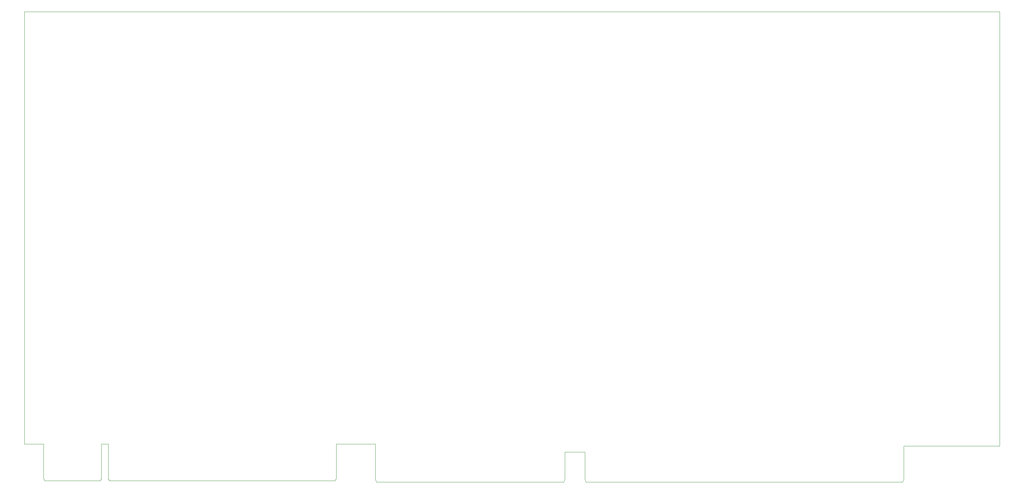
<source format=gbr>
G04 #@! TF.GenerationSoftware,KiCad,Pcbnew,(5.1.5)-3*
G04 #@! TF.CreationDate,2020-09-26T10:43:14+02:00*
G04 #@! TF.ProjectId,968,3936382e-6b69-4636-9164-5f7063625858,rev?*
G04 #@! TF.SameCoordinates,Original*
G04 #@! TF.FileFunction,Profile,NP*
%FSLAX46Y46*%
G04 Gerber Fmt 4.6, Leading zero omitted, Abs format (unit mm)*
G04 Created by KiCad (PCBNEW (5.1.5)-3) date 2020-09-26 10:43:14*
%MOMM*%
%LPD*%
G04 APERTURE LIST*
%ADD10C,0.050000*%
G04 APERTURE END LIST*
D10*
X26035000Y-155829000D02*
X25781000Y-155194000D01*
X99949000Y-155194000D02*
X99695000Y-155829000D01*
X162941000Y-155448000D02*
X163195000Y-156210000D01*
X157861000Y-155448000D02*
X157607000Y-156210000D01*
X109855000Y-155448000D02*
X110109000Y-156210000D01*
X243713000Y-155448000D02*
X243459000Y-156210000D01*
X25781000Y-146494500D02*
X20955000Y-146494500D01*
X25781000Y-147574000D02*
X25781000Y-146494500D01*
X42164000Y-146494500D02*
X42164000Y-155321000D01*
X40386000Y-146494500D02*
X42164000Y-146494500D01*
X40386000Y-155321000D02*
X40386000Y-146494500D01*
X109855000Y-146494500D02*
X99949000Y-146494500D01*
X99949000Y-155194000D02*
X99949000Y-146494500D01*
X40132000Y-155829000D02*
X26035000Y-155829000D01*
X40386000Y-155321000D02*
X40132000Y-155829000D01*
X42418000Y-155829000D02*
X42164000Y-155321000D01*
X99695000Y-155829000D02*
X42418000Y-155829000D01*
X109855000Y-155448000D02*
X109855000Y-146494500D01*
X157607000Y-156210000D02*
X110109000Y-156210000D01*
X157861000Y-148590000D02*
X157861000Y-155448000D01*
X162941000Y-148590000D02*
X157861000Y-148590000D01*
X162941000Y-155448000D02*
X162941000Y-148590000D01*
X243459000Y-156210000D02*
X163195000Y-156210000D01*
X243713000Y-147002500D02*
X243713000Y-155448000D01*
X267970000Y-147002500D02*
X243713000Y-147002500D01*
X267970000Y-36830000D02*
X267970000Y-147002500D01*
X20955000Y-36830000D02*
X267970000Y-36830000D01*
X20955000Y-146494500D02*
X20955000Y-36830000D01*
X25781000Y-155194000D02*
X25781000Y-147574000D01*
M02*

</source>
